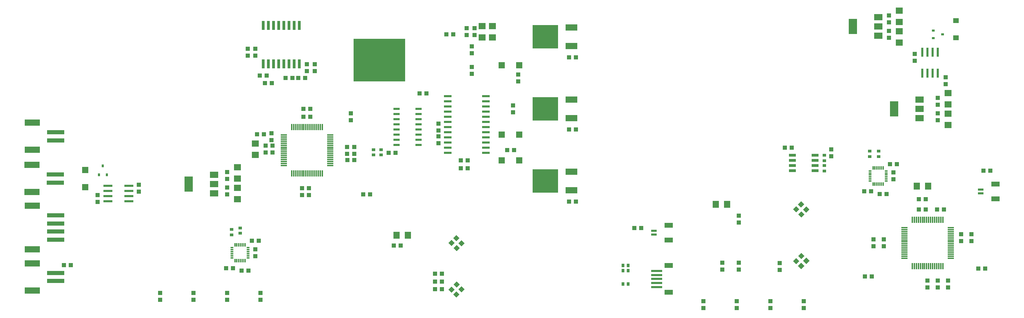
<source format=gtp>
G75*
G70*
%OFA0B0*%
%FSLAX24Y24*%
%IPPOS*%
%LPD*%
%AMOC8*
5,1,8,0,0,1.08239X$1,22.5*
%
%ADD10R,0.0118X0.0591*%
%ADD11R,0.0591X0.0118*%
%ADD12R,0.0433X0.0433*%
%ADD13R,0.0709X0.0630*%
%ADD14R,0.0433X0.0394*%
%ADD15R,0.0780X0.0210*%
%ADD16R,0.0598X0.0642*%
%ADD17R,0.1181X0.0630*%
%ADD18R,0.2470X0.2280*%
%ADD19R,0.1063X0.0236*%
%ADD20R,0.0787X0.0472*%
%ADD21R,0.0276X0.0354*%
%ADD22R,0.0433X0.0433*%
%ADD23R,0.0630X0.0709*%
%ADD24R,0.0138X0.0335*%
%ADD25R,0.0315X0.0138*%
%ADD26R,0.1457X0.0591*%
%ADD27R,0.1654X0.0433*%
%ADD28R,0.0354X0.0276*%
%ADD29R,0.0256X0.0886*%
%ADD30R,0.0610X0.0236*%
%ADD31R,0.0866X0.0236*%
%ADD32R,0.5000X0.4150*%
%ADD33R,0.0236X0.0256*%
%ADD34R,0.0642X0.0598*%
%ADD35R,0.0790X0.0590*%
%ADD36R,0.0790X0.1500*%
%ADD37R,0.0531X0.0236*%
%ADD38R,0.0394X0.0433*%
%ADD39R,0.0256X0.0236*%
%ADD40R,0.0579X0.0500*%
%ADD41R,0.0236X0.0866*%
%ADD42R,0.0709X0.0256*%
D10*
X026477Y014459D03*
X026674Y014459D03*
X026870Y014459D03*
X027067Y014459D03*
X027264Y014459D03*
X027461Y014459D03*
X027658Y014459D03*
X027855Y014459D03*
X028052Y014459D03*
X028248Y014459D03*
X028445Y014459D03*
X028642Y014459D03*
X028839Y014459D03*
X029036Y014459D03*
X029233Y014459D03*
X029430Y014459D03*
X029430Y018948D03*
X029233Y018948D03*
X029036Y018948D03*
X028839Y018948D03*
X028642Y018948D03*
X028445Y018948D03*
X028248Y018948D03*
X028052Y018948D03*
X027855Y018948D03*
X027658Y018948D03*
X027461Y018948D03*
X027264Y018948D03*
X027067Y018948D03*
X026870Y018948D03*
X026674Y018948D03*
X026477Y018948D03*
X086677Y009948D03*
X086874Y009948D03*
X087070Y009948D03*
X087267Y009948D03*
X087464Y009948D03*
X087661Y009948D03*
X087858Y009948D03*
X088055Y009948D03*
X088252Y009948D03*
X088448Y009948D03*
X088645Y009948D03*
X088842Y009948D03*
X089039Y009948D03*
X089236Y009948D03*
X089433Y009948D03*
X089630Y009948D03*
X089630Y005459D03*
X089433Y005459D03*
X089236Y005459D03*
X089039Y005459D03*
X088842Y005459D03*
X088645Y005459D03*
X088448Y005459D03*
X088252Y005459D03*
X088055Y005459D03*
X087858Y005459D03*
X087661Y005459D03*
X087464Y005459D03*
X087267Y005459D03*
X087070Y005459D03*
X086874Y005459D03*
X086677Y005459D03*
D11*
X085909Y006227D03*
X085909Y006424D03*
X085909Y006621D03*
X085909Y006818D03*
X085909Y007015D03*
X085909Y007211D03*
X085909Y007408D03*
X085909Y007605D03*
X085909Y007802D03*
X085909Y007999D03*
X085909Y008196D03*
X085909Y008393D03*
X085909Y008589D03*
X085909Y008786D03*
X085909Y008983D03*
X085909Y009180D03*
X090397Y009180D03*
X090397Y008983D03*
X090397Y008786D03*
X090397Y008589D03*
X090397Y008393D03*
X090397Y008196D03*
X090397Y007999D03*
X090397Y007802D03*
X090397Y007605D03*
X090397Y007408D03*
X090397Y007211D03*
X090397Y007015D03*
X090397Y006818D03*
X090397Y006621D03*
X090397Y006424D03*
X090397Y006227D03*
X030197Y015227D03*
X030197Y015424D03*
X030197Y015621D03*
X030197Y015818D03*
X030197Y016015D03*
X030197Y016211D03*
X030197Y016408D03*
X030197Y016605D03*
X030197Y016802D03*
X030197Y016999D03*
X030197Y017196D03*
X030197Y017393D03*
X030197Y017589D03*
X030197Y017786D03*
X030197Y017983D03*
X030197Y018180D03*
X025709Y018180D03*
X025709Y017983D03*
X025709Y017786D03*
X025709Y017589D03*
X025709Y017393D03*
X025709Y017196D03*
X025709Y016999D03*
X025709Y016802D03*
X025709Y016605D03*
X025709Y016408D03*
X025709Y016211D03*
X025709Y016015D03*
X025709Y015818D03*
X025709Y015621D03*
X025709Y015424D03*
X025709Y015227D03*
D12*
X024603Y016469D03*
X023953Y016469D03*
X023953Y017138D03*
X024603Y017138D03*
X024503Y017669D03*
X024503Y018338D03*
X023788Y018254D03*
X023119Y018254D03*
X027619Y019954D03*
X028288Y019954D03*
X028288Y020704D03*
X027619Y020704D03*
X032203Y020288D03*
X032203Y019619D03*
X031853Y017018D03*
X032553Y017018D03*
X032553Y016349D03*
X031853Y016349D03*
X035869Y016454D03*
X036538Y016454D03*
X040703Y017369D03*
X040703Y018038D03*
X040703Y018619D03*
X040703Y019288D03*
X047953Y020369D03*
X047953Y021038D03*
X048453Y023369D03*
X048453Y024038D03*
X043953Y024119D03*
X043953Y024788D03*
X043953Y026119D03*
X043953Y026788D03*
X044203Y027869D03*
X043453Y027869D03*
X043453Y028538D03*
X044203Y028538D03*
X042138Y027954D03*
X041469Y027954D03*
X053369Y025704D03*
X054038Y025704D03*
X039538Y022204D03*
X038869Y022204D03*
X028703Y024369D03*
X027953Y024369D03*
X027953Y025038D03*
X028703Y025038D03*
X027788Y023704D03*
X027119Y023704D03*
X026538Y023704D03*
X025869Y023704D03*
X024538Y023204D03*
X023869Y023204D03*
X024038Y023954D03*
X023369Y023954D03*
X022953Y025869D03*
X022203Y025869D03*
X022203Y026538D03*
X022953Y026538D03*
X047369Y016704D03*
X048038Y016704D03*
X043538Y015704D03*
X042869Y015704D03*
X042869Y014954D03*
X043538Y014954D03*
X034088Y012404D03*
X033419Y012404D03*
X028138Y012354D03*
X027469Y012354D03*
X027469Y013004D03*
X028138Y013004D03*
X020203Y013088D03*
X020203Y012419D03*
X020203Y013919D03*
X020203Y014588D03*
X011653Y013338D03*
X011653Y012669D03*
X007653Y012338D03*
X007653Y011669D03*
X022619Y007904D03*
X023288Y007904D03*
X022953Y007088D03*
X022953Y006419D03*
X020788Y005254D03*
X020119Y005254D03*
X021619Y005004D03*
X022288Y005004D03*
X023453Y002838D03*
X023453Y002169D03*
X020203Y002169D03*
X020203Y002838D03*
X016953Y002838D03*
X016953Y002169D03*
X013703Y002169D03*
X013703Y002838D03*
X005038Y005554D03*
X004369Y005554D03*
X036369Y007454D03*
X037038Y007454D03*
X040369Y004704D03*
X041038Y004704D03*
X041038Y003954D03*
X040369Y003954D03*
X040369Y003204D03*
X041038Y003204D03*
X059719Y009154D03*
X060388Y009154D03*
X054038Y011704D03*
X053369Y011704D03*
X069853Y010338D03*
X069853Y009669D03*
X069853Y005788D03*
X069853Y005119D03*
X068253Y005119D03*
X068253Y005788D03*
X073803Y005738D03*
X073803Y005069D03*
X072903Y002038D03*
X072903Y001369D03*
X069653Y001369D03*
X069653Y002038D03*
X066403Y002038D03*
X066403Y001369D03*
X076153Y001369D03*
X076153Y002038D03*
X082069Y004454D03*
X082738Y004454D03*
X089153Y004038D03*
X090153Y004038D03*
X090153Y003369D03*
X089153Y003369D03*
X093069Y005204D03*
X093738Y005204D03*
X092403Y007869D03*
X091403Y007869D03*
X091403Y008538D03*
X092403Y008538D03*
X089738Y010954D03*
X089069Y010954D03*
X087988Y010954D03*
X087319Y010954D03*
X087319Y011954D03*
X087988Y011954D03*
X084188Y012454D03*
X083519Y012454D03*
X082688Y012704D03*
X082019Y012704D03*
X084853Y013869D03*
X084853Y014538D03*
X084519Y015354D03*
X085188Y015354D03*
X078803Y016119D03*
X078803Y016788D03*
X074988Y016954D03*
X074319Y016954D03*
X089903Y023119D03*
X089903Y023788D03*
X086903Y025369D03*
X086903Y026038D03*
X084403Y027619D03*
X084403Y028288D03*
X084403Y029119D03*
X084403Y029788D03*
X054038Y018704D03*
X053369Y018704D03*
X082903Y008038D03*
X083903Y008038D03*
X083903Y007369D03*
X082903Y007369D03*
X093569Y014704D03*
X094238Y014704D03*
D13*
X090153Y019152D03*
X090153Y020255D03*
X090153Y021152D03*
X090153Y022255D03*
X085403Y027152D03*
X085403Y028255D03*
X085403Y029152D03*
X085403Y030255D03*
X045953Y028755D03*
X044953Y028755D03*
X044953Y027652D03*
X045953Y027652D03*
X022953Y017355D03*
X022953Y016252D03*
X021203Y015055D03*
X021203Y013952D03*
X021203Y013055D03*
X021203Y011952D03*
D14*
X031869Y015754D03*
X032538Y015754D03*
D15*
X041608Y016454D03*
X041608Y016954D03*
X041608Y017454D03*
X041608Y017954D03*
X041608Y018454D03*
X041608Y018954D03*
X041608Y019454D03*
X041608Y019954D03*
X041608Y020454D03*
X041608Y020954D03*
X041608Y021454D03*
X041608Y021954D03*
X045298Y021954D03*
X045298Y021454D03*
X045298Y020954D03*
X045298Y020454D03*
X045298Y019954D03*
X045298Y019454D03*
X045298Y018954D03*
X045298Y018454D03*
X045298Y017954D03*
X045298Y017454D03*
X045298Y016954D03*
X045298Y016454D03*
D16*
X046857Y015704D03*
X048550Y015704D03*
X048550Y018204D03*
X046857Y018204D03*
X046857Y024954D03*
X048550Y024954D03*
D17*
X053613Y026804D03*
X053613Y028604D03*
X053613Y021604D03*
X053613Y019804D03*
X053613Y014604D03*
X053613Y012804D03*
D18*
X051078Y013704D03*
X051078Y020704D03*
X051078Y027704D03*
D19*
X061878Y004991D03*
X061878Y004597D03*
X061878Y004204D03*
X061878Y003810D03*
X061878Y003416D03*
D20*
X063059Y002904D03*
X063059Y005503D03*
X063059Y007995D03*
X063059Y009412D03*
X094759Y011995D03*
X094759Y013412D03*
D21*
X059109Y005504D03*
X058597Y005504D03*
X058597Y005004D03*
X059109Y005004D03*
X059109Y003704D03*
X058597Y003704D03*
D22*
G36*
X042940Y002912D02*
X042635Y003217D01*
X042940Y003522D01*
X043245Y003217D01*
X042940Y002912D01*
G37*
G36*
X042440Y002412D02*
X042135Y002717D01*
X042440Y003022D01*
X042745Y002717D01*
X042440Y002412D01*
G37*
G36*
X041966Y002885D02*
X041661Y003190D01*
X041966Y003495D01*
X042271Y003190D01*
X041966Y002885D01*
G37*
G36*
X042466Y003385D02*
X042161Y003690D01*
X042466Y003995D01*
X042771Y003690D01*
X042466Y003385D01*
G37*
G36*
X042771Y007217D02*
X042466Y006912D01*
X042161Y007217D01*
X042466Y007522D01*
X042771Y007217D01*
G37*
G36*
X043245Y007690D02*
X042940Y007385D01*
X042635Y007690D01*
X042940Y007995D01*
X043245Y007690D01*
G37*
G36*
X042745Y008190D02*
X042440Y007885D01*
X042135Y008190D01*
X042440Y008495D01*
X042745Y008190D01*
G37*
G36*
X042271Y007717D02*
X041966Y007412D01*
X041661Y007717D01*
X041966Y008022D01*
X042271Y007717D01*
G37*
G36*
X075416Y005635D02*
X075111Y005940D01*
X075416Y006245D01*
X075721Y005940D01*
X075416Y005635D01*
G37*
G36*
X075890Y005162D02*
X075585Y005467D01*
X075890Y005772D01*
X076195Y005467D01*
X075890Y005162D01*
G37*
G36*
X076390Y005662D02*
X076085Y005967D01*
X076390Y006272D01*
X076695Y005967D01*
X076390Y005662D01*
G37*
G36*
X075916Y006135D02*
X075611Y006440D01*
X075916Y006745D01*
X076221Y006440D01*
X075916Y006135D01*
G37*
G36*
X076221Y010467D02*
X075916Y010162D01*
X075611Y010467D01*
X075916Y010772D01*
X076221Y010467D01*
G37*
G36*
X076695Y010940D02*
X076390Y010635D01*
X076085Y010940D01*
X076390Y011245D01*
X076695Y010940D01*
G37*
G36*
X076195Y011440D02*
X075890Y011135D01*
X075585Y011440D01*
X075890Y011745D01*
X076195Y011440D01*
G37*
G36*
X075721Y010967D02*
X075416Y010662D01*
X075111Y010967D01*
X075416Y011272D01*
X075721Y010967D01*
G37*
D23*
X068704Y011454D03*
X067602Y011454D03*
X087102Y013204D03*
X088204Y013204D03*
X037754Y008454D03*
X036652Y008454D03*
D24*
X021945Y007531D03*
X021748Y007531D03*
X021552Y007531D03*
X021355Y007531D03*
X021158Y007531D03*
X020961Y007531D03*
X020961Y005976D03*
X021158Y005976D03*
X021355Y005976D03*
X021552Y005976D03*
X021748Y005976D03*
X021945Y005976D03*
X082861Y013426D03*
X083058Y013426D03*
X083255Y013426D03*
X083452Y013426D03*
X083648Y013426D03*
X083845Y013426D03*
X083845Y014981D03*
X083648Y014981D03*
X083452Y014981D03*
X083255Y014981D03*
X083058Y014981D03*
X082861Y014981D03*
D25*
X082566Y014696D03*
X082566Y014499D03*
X082566Y014302D03*
X082566Y014105D03*
X082566Y013908D03*
X082566Y013711D03*
X084141Y013711D03*
X084141Y013908D03*
X084141Y014105D03*
X084141Y014302D03*
X084141Y014499D03*
X084141Y014696D03*
X022241Y007246D03*
X022241Y007049D03*
X022241Y006852D03*
X022241Y006655D03*
X022241Y006458D03*
X022241Y006261D03*
X020666Y006261D03*
X020666Y006458D03*
X020666Y006655D03*
X020666Y006852D03*
X020666Y007049D03*
X020666Y007246D03*
D26*
X001321Y003085D03*
X001321Y005722D03*
X001321Y007097D03*
X001321Y011310D03*
X001271Y012635D03*
X001271Y015272D03*
X001321Y016735D03*
X001321Y019372D03*
D27*
X003585Y018447D03*
X003585Y017660D03*
X003535Y014347D03*
X003535Y013560D03*
X003585Y010385D03*
X003585Y009597D03*
X003585Y008810D03*
X003585Y008022D03*
X003585Y004797D03*
X003585Y004010D03*
D28*
X020653Y008498D03*
X021478Y008648D03*
X021478Y009159D03*
X020653Y009009D03*
X034403Y016248D03*
X034403Y016759D03*
X035153Y016759D03*
X035153Y016248D03*
X078153Y016209D03*
X078153Y015698D03*
X078153Y015209D03*
X078153Y014698D03*
X082553Y016098D03*
X083403Y016098D03*
X083403Y016609D03*
X082553Y016609D03*
D29*
X027203Y025083D03*
X026703Y025083D03*
X026203Y025083D03*
X025703Y025083D03*
X025203Y025083D03*
X024703Y025083D03*
X024203Y025083D03*
X023703Y025083D03*
X023703Y028824D03*
X024203Y028824D03*
X024703Y028824D03*
X025203Y028824D03*
X025703Y028824D03*
X026203Y028824D03*
X026703Y028824D03*
X027203Y028824D03*
D30*
X036640Y020704D03*
X036640Y020204D03*
X036640Y019704D03*
X036640Y019204D03*
X036640Y018704D03*
X036640Y018204D03*
X036640Y017704D03*
X036640Y017204D03*
X038766Y017204D03*
X038766Y017704D03*
X038766Y018204D03*
X038766Y018704D03*
X038766Y019204D03*
X038766Y019704D03*
X038766Y020204D03*
X038766Y020704D03*
D31*
X010677Y013254D03*
X010677Y012754D03*
X010677Y012254D03*
X010677Y011754D03*
X008630Y011754D03*
X008630Y012254D03*
X008630Y012754D03*
X008630Y013254D03*
D32*
X034983Y025454D03*
D33*
X008153Y015196D03*
X007779Y014311D03*
X008527Y014311D03*
D34*
X006453Y014800D03*
X006453Y013107D03*
D35*
X018943Y013414D03*
X018943Y014314D03*
X018943Y012514D03*
X083393Y027814D03*
X083393Y028714D03*
X083393Y029614D03*
X087393Y021614D03*
X087393Y020714D03*
X087393Y019814D03*
D36*
X084913Y020704D03*
X080913Y028704D03*
X016463Y013404D03*
D37*
X061613Y008900D03*
X061613Y008507D03*
X093313Y012507D03*
X093313Y012900D03*
D38*
X089153Y019619D03*
X089153Y020288D03*
X089153Y021119D03*
X089153Y021788D03*
X088153Y004038D03*
X088153Y003369D03*
D39*
X088710Y027580D03*
X089596Y027954D03*
X088710Y028328D03*
D40*
X090903Y027607D03*
X090903Y029300D03*
D41*
X089153Y026227D03*
X088653Y026227D03*
X088153Y026227D03*
X087653Y026227D03*
X087653Y024180D03*
X088153Y024180D03*
X088653Y024180D03*
X089153Y024180D03*
D42*
X077256Y016204D03*
X077256Y015704D03*
X077256Y015204D03*
X077256Y014704D03*
X075051Y014704D03*
X075051Y015204D03*
X075051Y015704D03*
X075051Y016204D03*
M02*

</source>
